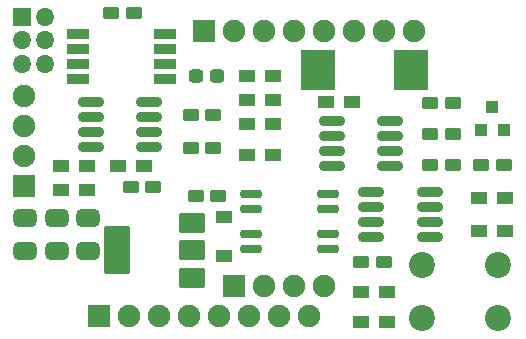
<source format=gts>
G04 #@! TF.GenerationSoftware,KiCad,Pcbnew,7.0.1-3b83917a11~172~ubuntu20.04.1*
G04 #@! TF.CreationDate,2023-03-25T03:05:00+01:00*
G04 #@! TF.ProjectId,C64Saver2-addon,43363453-6176-4657-9232-2d6164646f6e,1.4*
G04 #@! TF.SameCoordinates,Original*
G04 #@! TF.FileFunction,Soldermask,Top*
G04 #@! TF.FilePolarity,Negative*
%FSLAX46Y46*%
G04 Gerber Fmt 4.6, Leading zero omitted, Abs format (unit mm)*
G04 Created by KiCad (PCBNEW 7.0.1-3b83917a11~172~ubuntu20.04.1) date 2023-03-25 03:05:00*
%MOMM*%
%LPD*%
G01*
G04 APERTURE LIST*
G04 Aperture macros list*
%AMRoundRect*
0 Rectangle with rounded corners*
0 $1 Rounding radius*
0 $2 $3 $4 $5 $6 $7 $8 $9 X,Y pos of 4 corners*
0 Add a 4 corners polygon primitive as box body*
4,1,4,$2,$3,$4,$5,$6,$7,$8,$9,$2,$3,0*
0 Add four circle primitives for the rounded corners*
1,1,$1+$1,$2,$3*
1,1,$1+$1,$4,$5*
1,1,$1+$1,$6,$7*
1,1,$1+$1,$8,$9*
0 Add four rect primitives between the rounded corners*
20,1,$1+$1,$2,$3,$4,$5,0*
20,1,$1+$1,$4,$5,$6,$7,0*
20,1,$1+$1,$6,$7,$8,$9,0*
20,1,$1+$1,$8,$9,$2,$3,0*%
G04 Aperture macros list end*
%ADD10C,2.200000*%
%ADD11RoundRect,0.100000X0.850000X0.850000X-0.850000X0.850000X-0.850000X-0.850000X0.850000X-0.850000X0*%
%ADD12O,1.900000X1.900000*%
%ADD13RoundRect,0.100000X-0.600000X-0.375000X0.600000X-0.375000X0.600000X0.375000X-0.600000X0.375000X0*%
%ADD14RoundRect,0.100000X-0.600000X-0.450000X0.600000X-0.450000X0.600000X0.450000X-0.600000X0.450000X0*%
%ADD15RoundRect,0.100000X0.600000X0.450000X-0.600000X0.450000X-0.600000X-0.450000X0.600000X-0.450000X0*%
%ADD16RoundRect,0.100000X0.600000X0.375000X-0.600000X0.375000X-0.600000X-0.375000X0.600000X-0.375000X0*%
%ADD17RoundRect,0.237500X-0.662500X-0.137500X0.662500X-0.137500X0.662500X0.137500X-0.662500X0.137500X0*%
%ADD18RoundRect,0.237500X0.662500X0.137500X-0.662500X0.137500X-0.662500X-0.137500X0.662500X-0.137500X0*%
%ADD19RoundRect,0.100000X0.400000X-0.450000X0.400000X0.450000X-0.400000X0.450000X-0.400000X-0.450000X0*%
%ADD20RoundRect,0.100000X0.850000X-0.850000X0.850000X0.850000X-0.850000X0.850000X-0.850000X-0.850000X0*%
%ADD21RoundRect,0.100000X-0.675000X-0.675000X0.675000X-0.675000X0.675000X0.675000X-0.675000X0.675000X0*%
%ADD22O,1.550000X1.550000*%
%ADD23RoundRect,0.100000X-1.350000X-1.600000X1.350000X-1.600000X1.350000X1.600000X-1.350000X1.600000X0*%
%ADD24RoundRect,0.350000X0.625000X-0.375000X0.625000X0.375000X-0.625000X0.375000X-0.625000X-0.375000X0*%
%ADD25RoundRect,0.100000X1.000000X0.750000X-1.000000X0.750000X-1.000000X-0.750000X1.000000X-0.750000X0*%
%ADD26RoundRect,0.100000X1.000000X1.900000X-1.000000X1.900000X-1.000000X-1.900000X1.000000X-1.900000X0*%
%ADD27RoundRect,0.100000X-0.600000X0.450000X-0.600000X-0.450000X0.600000X-0.450000X0.600000X0.450000X0*%
%ADD28RoundRect,0.250000X-0.825000X-0.150000X0.825000X-0.150000X0.825000X0.150000X-0.825000X0.150000X0*%
%ADD29RoundRect,0.100000X-0.850000X-0.325000X0.850000X-0.325000X0.850000X0.325000X-0.850000X0.325000X0*%
%ADD30RoundRect,0.337500X0.287500X0.237500X-0.287500X0.237500X-0.287500X-0.237500X0.287500X-0.237500X0*%
G04 APERTURE END LIST*
D10*
X182372000Y-110617000D03*
X175872000Y-110617000D03*
X182372000Y-106117000D03*
X175872000Y-106117000D03*
D11*
X142240000Y-99441000D03*
D12*
X142240000Y-96901000D03*
X142240000Y-94361000D03*
X142240000Y-91821000D03*
D13*
X176598500Y-95059500D03*
X178498500Y-95059500D03*
D14*
X150200000Y-97790000D03*
X152400000Y-97790000D03*
X161096600Y-96850200D03*
X163296600Y-96850200D03*
D15*
X170010000Y-92329000D03*
X167810000Y-92329000D03*
D16*
X158242000Y-93472000D03*
X156342000Y-93472000D03*
D15*
X163322000Y-90170000D03*
X161122000Y-90170000D03*
D14*
X180743500Y-100457000D03*
X182943500Y-100457000D03*
D15*
X147574000Y-97790000D03*
X145374000Y-97790000D03*
D14*
X180743500Y-103251000D03*
X182943500Y-103251000D03*
D15*
X172974000Y-108458000D03*
X170774000Y-108458000D03*
X172974000Y-110998000D03*
X170774000Y-110998000D03*
D17*
X161418200Y-103530400D03*
X161418200Y-104800400D03*
X167918200Y-104800400D03*
X167918200Y-103530400D03*
D18*
X167917000Y-101396800D03*
X167917000Y-100126800D03*
X161417000Y-100126800D03*
X161417000Y-101396800D03*
D16*
X158242000Y-96266000D03*
X156342000Y-96266000D03*
D13*
X151262000Y-99542600D03*
X153162000Y-99542600D03*
D16*
X178498500Y-92456000D03*
X176598500Y-92456000D03*
D13*
X180916500Y-97663000D03*
X182816500Y-97663000D03*
X176598500Y-97663000D03*
X178498500Y-97663000D03*
X170754000Y-105918000D03*
X172654000Y-105918000D03*
D19*
X180916500Y-94742000D03*
X182816500Y-94742000D03*
X181866500Y-92742000D03*
D16*
X158648400Y-100304600D03*
X156748400Y-100304600D03*
D20*
X157480000Y-86360000D03*
D12*
X160020000Y-86360000D03*
X162560000Y-86360000D03*
X165100000Y-86360000D03*
X167640000Y-86360000D03*
X170180000Y-86360000D03*
X172720000Y-86360000D03*
X175260000Y-86360000D03*
D20*
X148590000Y-110490000D03*
D12*
X151130000Y-110490000D03*
X153670000Y-110490000D03*
X156210000Y-110490000D03*
X158750000Y-110490000D03*
X161290000Y-110490000D03*
X163830000Y-110490000D03*
X166370000Y-110490000D03*
D20*
X160020000Y-107950000D03*
D12*
X162560000Y-107950000D03*
X165100000Y-107950000D03*
X167640000Y-107950000D03*
D16*
X151506000Y-84836000D03*
X149606000Y-84836000D03*
D14*
X145331000Y-99745800D03*
X147531000Y-99745800D03*
D21*
X142018000Y-85122000D03*
D22*
X144018000Y-85122000D03*
X142018000Y-87122000D03*
X144018000Y-87122000D03*
X142018000Y-89122000D03*
X144018000Y-89122000D03*
D23*
X167106000Y-89662000D03*
X175006000Y-89662000D03*
D14*
X161122000Y-94234000D03*
X163322000Y-94234000D03*
D15*
X163322000Y-92202000D03*
X161122000Y-92202000D03*
D24*
X142316000Y-104984000D03*
X142316000Y-102184000D03*
X147599400Y-104984000D03*
X147599400Y-102184000D03*
X144983200Y-104984000D03*
X144983200Y-102184000D03*
D25*
X156414000Y-107202000D03*
X156414000Y-104902000D03*
D26*
X150114000Y-104902000D03*
D25*
X156414000Y-102602000D03*
D27*
X159156400Y-102069900D03*
X159156400Y-105369900D03*
D28*
X168249600Y-93967300D03*
X168249600Y-95237300D03*
X168249600Y-96507300D03*
X168249600Y-97777300D03*
X173199600Y-97777300D03*
X173199600Y-96507300D03*
X173199600Y-95237300D03*
X173199600Y-93967300D03*
X171615100Y-99936300D03*
X171615100Y-101206300D03*
X171615100Y-102476300D03*
X171615100Y-103746300D03*
X176565100Y-103746300D03*
X176565100Y-102476300D03*
X176565100Y-101206300D03*
X176565100Y-99936300D03*
D29*
X146812000Y-86614000D03*
X146812000Y-87884000D03*
X146812000Y-89154000D03*
X146812000Y-90424000D03*
X154112000Y-90424000D03*
X154112000Y-89154000D03*
X154112000Y-87884000D03*
X154112000Y-86614000D03*
D28*
X147878800Y-92329000D03*
X147878800Y-93599000D03*
X147878800Y-94869000D03*
X147878800Y-96139000D03*
X152828800Y-96139000D03*
X152828800Y-94869000D03*
X152828800Y-93599000D03*
X152828800Y-92329000D03*
D30*
X158525000Y-90170000D03*
X156775000Y-90170000D03*
M02*

</source>
